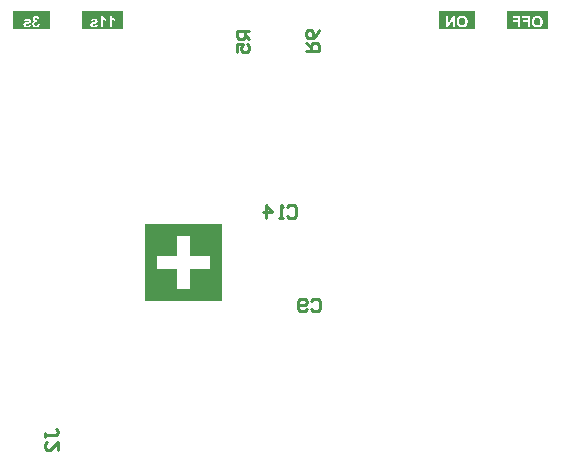
<source format=gbo>
G04*
G04 #@! TF.GenerationSoftware,Altium Limited,Altium Designer,22.2.1 (43)*
G04*
G04 Layer_Color=32896*
%FSLAX44Y44*%
%MOMM*%
G71*
G04*
G04 #@! TF.SameCoordinates,759879DA-5FB0-46B3-BA1E-0A648CFA67EC*
G04*
G04*
G04 #@! TF.FilePolarity,Positive*
G04*
G01*
G75*
%ADD10C,0.2540*%
G36*
X105418Y981000D02*
X74582D01*
Y996000D01*
X105418D01*
Y981000D01*
D02*
G37*
G36*
X465418D02*
X434582D01*
Y996000D01*
X465418D01*
Y981000D01*
D02*
G37*
G36*
X167418D02*
X132582D01*
Y996000D01*
X167418D01*
Y981000D01*
D02*
G37*
G36*
X527418D02*
X492582D01*
Y996000D01*
X527418D01*
Y981000D01*
D02*
G37*
G36*
X250875Y750440D02*
X186250D01*
Y815250D01*
X250875D01*
Y750440D01*
D02*
G37*
%LPC*%
G36*
X93793Y991833D02*
X93668D01*
X93571Y991819D01*
X93446Y991805D01*
X93322Y991791D01*
X93169Y991763D01*
X93016Y991722D01*
X92670Y991625D01*
X92489Y991555D01*
X92295Y991458D01*
X92115Y991361D01*
X91948Y991250D01*
X91768Y991112D01*
X91616Y990959D01*
X91602Y990945D01*
X91588Y990931D01*
X91546Y990890D01*
X91505Y990834D01*
X91394Y990695D01*
X91269Y990501D01*
X91144Y990266D01*
X91047Y989988D01*
X90964Y989683D01*
X90950Y989530D01*
X90936Y989364D01*
Y989350D01*
Y989309D01*
X90950Y989239D01*
X90964Y989156D01*
X90978Y989045D01*
X91005Y988920D01*
X91047Y988782D01*
X91103Y988629D01*
X91186Y988476D01*
X91269Y988310D01*
X91380Y988144D01*
X91519Y987977D01*
X91685Y987811D01*
X91865Y987644D01*
X92073Y987492D01*
X92323Y987339D01*
X92309D01*
X92281Y987326D01*
X92240D01*
X92184Y987298D01*
X92032Y987256D01*
X91851Y987173D01*
X91643Y987062D01*
X91421Y986923D01*
X91200Y986743D01*
X91005Y986535D01*
X90978Y986507D01*
X90922Y986424D01*
X90853Y986299D01*
X90756Y986119D01*
X90659Y985911D01*
X90589Y985647D01*
X90534Y985370D01*
X90506Y985051D01*
Y984926D01*
X90520Y984843D01*
X90534Y984732D01*
X90562Y984607D01*
X90589Y984455D01*
X90617Y984302D01*
X90728Y983969D01*
X90811Y983789D01*
X90894Y983595D01*
X91005Y983415D01*
X91130Y983234D01*
X91269Y983054D01*
X91435Y982888D01*
X91449Y982874D01*
X91477Y982846D01*
X91532Y982804D01*
X91602Y982749D01*
X91699Y982680D01*
X91796Y982610D01*
X91935Y982527D01*
X92073Y982444D01*
X92226Y982361D01*
X92406Y982277D01*
X92600Y982208D01*
X92795Y982139D01*
X93016Y982083D01*
X93238Y982042D01*
X93488Y982014D01*
X93737Y982000D01*
X93862D01*
X93959Y982014D01*
X94070Y982028D01*
X94195Y982042D01*
X94334Y982069D01*
X94500Y982097D01*
X94833Y982180D01*
X95194Y982319D01*
X95388Y982402D01*
X95554Y982499D01*
X95735Y982624D01*
X95901Y982749D01*
X95915Y982763D01*
X95943Y982791D01*
X95984Y982832D01*
X96040Y982888D01*
X96109Y982957D01*
X96178Y983054D01*
X96262Y983151D01*
X96345Y983276D01*
X96428Y983415D01*
X96525Y983553D01*
X96678Y983886D01*
X96802Y984274D01*
X96858Y984482D01*
X96886Y984704D01*
X95111Y984926D01*
Y984912D01*
Y984899D01*
X95097Y984815D01*
X95069Y984690D01*
X95027Y984538D01*
X94958Y984371D01*
X94889Y984191D01*
X94778Y984025D01*
X94653Y983872D01*
X94639Y983858D01*
X94584Y983817D01*
X94500Y983761D01*
X94403Y983706D01*
X94264Y983636D01*
X94112Y983581D01*
X93946Y983539D01*
X93751Y983525D01*
X93724D01*
X93654Y983539D01*
X93557Y983553D01*
X93419Y983581D01*
X93266Y983636D01*
X93113Y983706D01*
X92947Y983817D01*
X92795Y983955D01*
X92781Y983969D01*
X92725Y984039D01*
X92670Y984136D01*
X92586Y984260D01*
X92517Y984427D01*
X92448Y984635D01*
X92406Y984871D01*
X92392Y985134D01*
Y985148D01*
Y985162D01*
Y985245D01*
X92406Y985370D01*
X92434Y985536D01*
X92489Y985717D01*
X92559Y985897D01*
X92656Y986077D01*
X92781Y986244D01*
X92795Y986258D01*
X92850Y986313D01*
X92933Y986382D01*
X93030Y986452D01*
X93169Y986535D01*
X93322Y986590D01*
X93488Y986646D01*
X93682Y986660D01*
X93821D01*
X93918Y986646D01*
X94043Y986632D01*
X94195Y986604D01*
X94348Y986563D01*
X94528Y986521D01*
X94334Y988005D01*
X94209D01*
X94070Y988019D01*
X93904Y988033D01*
X93724Y988074D01*
X93530Y988130D01*
X93349Y988213D01*
X93183Y988324D01*
X93169Y988338D01*
X93113Y988393D01*
X93058Y988463D01*
X92975Y988574D01*
X92905Y988698D01*
X92836Y988851D01*
X92795Y989031D01*
X92781Y989239D01*
Y989267D01*
Y989323D01*
X92795Y989406D01*
X92822Y989517D01*
X92850Y989641D01*
X92905Y989766D01*
X92975Y989905D01*
X93072Y990016D01*
X93086Y990030D01*
X93127Y990058D01*
X93183Y990113D01*
X93280Y990169D01*
X93391Y990210D01*
X93516Y990266D01*
X93682Y990293D01*
X93848Y990307D01*
X93932D01*
X94015Y990293D01*
X94126Y990266D01*
X94251Y990224D01*
X94389Y990169D01*
X94528Y990085D01*
X94653Y989974D01*
X94667Y989960D01*
X94708Y989919D01*
X94764Y989836D01*
X94833Y989725D01*
X94902Y989600D01*
X94958Y989434D01*
X95013Y989239D01*
X95055Y989017D01*
X96747Y989295D01*
Y989309D01*
X96733Y989336D01*
Y989378D01*
X96719Y989447D01*
X96678Y989600D01*
X96622Y989808D01*
X96539Y990030D01*
X96456Y990266D01*
X96345Y990488D01*
X96220Y990695D01*
X96206Y990723D01*
X96151Y990779D01*
X96067Y990876D01*
X95956Y991001D01*
X95818Y991125D01*
X95651Y991264D01*
X95443Y991403D01*
X95222Y991528D01*
X95208D01*
X95194Y991542D01*
X95111Y991569D01*
X94972Y991625D01*
X94805Y991680D01*
X94597Y991736D01*
X94348Y991791D01*
X94084Y991819D01*
X93793Y991833D01*
D02*
G37*
G36*
X86706Y989295D02*
X86193D01*
X86082Y989281D01*
X85943Y989267D01*
X85791Y989253D01*
X85625Y989239D01*
X85278Y989184D01*
X84931Y989101D01*
X84598Y988976D01*
X84446Y988906D01*
X84307Y988823D01*
X84293D01*
X84279Y988795D01*
X84196Y988740D01*
X84071Y988629D01*
X83933Y988476D01*
X83766Y988296D01*
X83614Y988061D01*
X83461Y987783D01*
X83350Y987464D01*
X85084Y987145D01*
Y987159D01*
X85111Y987215D01*
X85139Y987284D01*
X85181Y987367D01*
X85236Y987478D01*
X85319Y987575D01*
X85403Y987672D01*
X85514Y987755D01*
X85527Y987769D01*
X85569Y987797D01*
X85638Y987825D01*
X85736Y987866D01*
X85860Y987908D01*
X86013Y987950D01*
X86193Y987963D01*
X86401Y987977D01*
X86526D01*
X86651Y987963D01*
X86803Y987950D01*
X86984Y987922D01*
X87150Y987894D01*
X87303Y987839D01*
X87441Y987769D01*
X87455D01*
X87469Y987741D01*
X87538Y987672D01*
X87622Y987547D01*
X87635Y987478D01*
X87649Y987395D01*
Y987381D01*
Y987367D01*
X87622Y987284D01*
X87566Y987173D01*
X87524Y987117D01*
X87469Y987062D01*
X87455Y987048D01*
X87400Y987034D01*
X87372Y987007D01*
X87317Y986993D01*
X87247Y986965D01*
X87164Y986923D01*
X87053Y986896D01*
X86942Y986854D01*
X86803Y986812D01*
X86637Y986771D01*
X86457Y986715D01*
X86249Y986660D01*
X86013Y986604D01*
X85749Y986535D01*
X85736D01*
X85680Y986521D01*
X85611Y986507D01*
X85514Y986479D01*
X85389Y986438D01*
X85250Y986410D01*
X84945Y986313D01*
X84598Y986188D01*
X84265Y986050D01*
X84099Y985966D01*
X83946Y985897D01*
X83822Y985800D01*
X83697Y985717D01*
X83669Y985689D01*
X83600Y985633D01*
X83517Y985523D01*
X83406Y985370D01*
X83295Y985176D01*
X83211Y984940D01*
X83142Y984663D01*
X83114Y984358D01*
Y984260D01*
X83128Y984191D01*
X83142Y984122D01*
X83156Y984025D01*
X83211Y983789D01*
X83308Y983539D01*
X83378Y983401D01*
X83447Y983262D01*
X83544Y983123D01*
X83655Y982985D01*
X83780Y982846D01*
X83919Y982707D01*
X83933Y982693D01*
X83960Y982680D01*
X84002Y982652D01*
X84071Y982596D01*
X84155Y982555D01*
X84251Y982499D01*
X84376Y982430D01*
X84515Y982374D01*
X84668Y982305D01*
X84848Y982250D01*
X85042Y982180D01*
X85250Y982139D01*
X85486Y982097D01*
X85736Y982056D01*
X85999Y982042D01*
X86276Y982028D01*
X86415D01*
X86512Y982042D01*
X86637D01*
X86776Y982056D01*
X86928Y982069D01*
X87095Y982097D01*
X87455Y982166D01*
X87830Y982263D01*
X88204Y982402D01*
X88371Y982499D01*
X88537Y982596D01*
X88551Y982610D01*
X88579Y982624D01*
X88620Y982652D01*
X88662Y982707D01*
X88814Y982832D01*
X88981Y983012D01*
X89161Y983234D01*
X89327Y983498D01*
X89480Y983817D01*
X89605Y984164D01*
X87760Y984441D01*
Y984413D01*
X87732Y984358D01*
X87705Y984260D01*
X87663Y984136D01*
X87594Y983997D01*
X87511Y983872D01*
X87414Y983734D01*
X87289Y983623D01*
X87275Y983609D01*
X87219Y983581D01*
X87136Y983539D01*
X87025Y983498D01*
X86887Y983442D01*
X86706Y983401D01*
X86512Y983373D01*
X86276Y983359D01*
X86165D01*
X86027Y983373D01*
X85874Y983387D01*
X85708Y983415D01*
X85527Y983470D01*
X85361Y983525D01*
X85209Y983609D01*
X85195Y983623D01*
X85167Y983650D01*
X85125Y983692D01*
X85084Y983747D01*
X85042Y983817D01*
X85000Y983900D01*
X84973Y983997D01*
X84959Y984108D01*
Y984122D01*
Y984150D01*
X84973Y984233D01*
X85014Y984344D01*
X85098Y984455D01*
X85125Y984482D01*
X85167Y984496D01*
X85222Y984538D01*
X85306Y984566D01*
X85416Y984607D01*
X85541Y984649D01*
X85708Y984690D01*
X85736D01*
X85805Y984718D01*
X85916Y984746D01*
X86068Y984774D01*
X86249Y984815D01*
X86443Y984871D01*
X86665Y984926D01*
X86900Y984996D01*
X87386Y985134D01*
X87622Y985204D01*
X87844Y985287D01*
X88052Y985356D01*
X88246Y985439D01*
X88412Y985523D01*
X88537Y985592D01*
X88551Y985606D01*
X88579Y985620D01*
X88606Y985647D01*
X88662Y985703D01*
X88800Y985828D01*
X88939Y986008D01*
X89092Y986230D01*
X89230Y986493D01*
X89286Y986646D01*
X89313Y986812D01*
X89341Y986979D01*
X89355Y987159D01*
Y987173D01*
Y987201D01*
Y987242D01*
X89341Y987312D01*
X89327Y987381D01*
X89313Y987478D01*
X89272Y987686D01*
X89189Y987922D01*
X89050Y988171D01*
X88981Y988310D01*
X88884Y988435D01*
X88773Y988560D01*
X88648Y988671D01*
X88634Y988685D01*
X88620Y988698D01*
X88579Y988726D01*
X88509Y988768D01*
X88440Y988809D01*
X88343Y988865D01*
X88232Y988920D01*
X88107Y988990D01*
X87954Y989045D01*
X87788Y989101D01*
X87608Y989156D01*
X87414Y989198D01*
X87192Y989239D01*
X86956Y989267D01*
X86706Y989295D01*
D02*
G37*
G36*
X448398Y991777D02*
X446526D01*
X442560Y985314D01*
Y991777D01*
X440771D01*
Y982180D01*
X442712D01*
X446609Y988504D01*
Y982180D01*
X448398D01*
Y991777D01*
D02*
G37*
G36*
X454597Y991957D02*
X454500D01*
X454389Y991944D01*
X454251D01*
X454070Y991916D01*
X453862Y991888D01*
X453627Y991847D01*
X453377Y991791D01*
X453113Y991722D01*
X452836Y991638D01*
X452559Y991528D01*
X452267Y991403D01*
X451990Y991250D01*
X451713Y991070D01*
X451449Y990862D01*
X451200Y990626D01*
X451186Y990612D01*
X451144Y990571D01*
X451075Y990488D01*
X451005Y990390D01*
X450908Y990252D01*
X450797Y990085D01*
X450686Y989891D01*
X450562Y989669D01*
X450437Y989434D01*
X450326Y989156D01*
X450215Y988851D01*
X450118Y988532D01*
X450035Y988171D01*
X449979Y987797D01*
X449938Y987395D01*
X449924Y986965D01*
Y986868D01*
X449938Y986743D01*
Y986577D01*
X449965Y986382D01*
X449993Y986161D01*
X450035Y985897D01*
X450076Y985633D01*
X450146Y985342D01*
X450229Y985037D01*
X450340Y984732D01*
X450465Y984427D01*
X450603Y984136D01*
X450784Y983845D01*
X450978Y983567D01*
X451200Y983304D01*
X451213Y983290D01*
X451255Y983248D01*
X451324Y983179D01*
X451435Y983096D01*
X451560Y982999D01*
X451713Y982888D01*
X451893Y982777D01*
X452087Y982652D01*
X452323Y982527D01*
X452573Y982416D01*
X452850Y982305D01*
X453155Y982208D01*
X453474Y982125D01*
X453821Y982056D01*
X454181Y982014D01*
X454570Y982000D01*
X454667D01*
X454778Y982014D01*
X454916Y982028D01*
X455097Y982042D01*
X455305Y982069D01*
X455540Y982111D01*
X455790Y982166D01*
X456067Y982236D01*
X456331Y982319D01*
X456622Y982430D01*
X456899Y982555D01*
X457191Y982693D01*
X457454Y982874D01*
X457718Y983068D01*
X457967Y983304D01*
X457981Y983317D01*
X458023Y983359D01*
X458078Y983442D01*
X458162Y983539D01*
X458259Y983678D01*
X458370Y983845D01*
X458480Y984025D01*
X458591Y984247D01*
X458716Y984482D01*
X458827Y984760D01*
X458938Y985051D01*
X459035Y985370D01*
X459118Y985717D01*
X459174Y986091D01*
X459216Y986493D01*
X459229Y986909D01*
Y987048D01*
X459216Y987159D01*
Y987284D01*
X459202Y987422D01*
X459188Y987589D01*
X459174Y987769D01*
X459118Y988158D01*
X459049Y988574D01*
X458938Y988990D01*
X458800Y989378D01*
Y989392D01*
X458786Y989406D01*
X458758Y989447D01*
X458744Y989503D01*
X458661Y989641D01*
X458564Y989822D01*
X458439Y990030D01*
X458286Y990238D01*
X458106Y990474D01*
X457912Y990695D01*
X457898Y990709D01*
X457884Y990723D01*
X457815Y990793D01*
X457690Y990903D01*
X457537Y991028D01*
X457357Y991167D01*
X457149Y991320D01*
X456913Y991458D01*
X456664Y991569D01*
X456650D01*
X456622Y991583D01*
X456567Y991611D01*
X456497Y991625D01*
X456414Y991666D01*
X456317Y991694D01*
X456192Y991722D01*
X456067Y991763D01*
X455762Y991833D01*
X455416Y991902D01*
X455013Y991944D01*
X454597Y991957D01*
D02*
G37*
%LPD*%
G36*
X454764Y990293D02*
X454875Y990279D01*
X454986Y990266D01*
X455263Y990210D01*
X455568Y990099D01*
X455735Y990044D01*
X455901Y989960D01*
X456054Y989863D01*
X456220Y989752D01*
X456372Y989628D01*
X456511Y989475D01*
X456525Y989461D01*
X456539Y989434D01*
X456581Y989392D01*
X456622Y989323D01*
X456678Y989225D01*
X456733Y989128D01*
X456802Y989004D01*
X456872Y988851D01*
X456941Y988685D01*
X457010Y988504D01*
X457066Y988296D01*
X457121Y988074D01*
X457163Y987825D01*
X457205Y987561D01*
X457219Y987284D01*
X457232Y986979D01*
Y986965D01*
Y986909D01*
Y986826D01*
X457219Y986715D01*
X457205Y986577D01*
X457191Y986410D01*
X457163Y986244D01*
X457135Y986050D01*
X457052Y985647D01*
X456913Y985245D01*
X456830Y985037D01*
X456733Y984843D01*
X456608Y984663D01*
X456483Y984496D01*
X456470Y984482D01*
X456442Y984455D01*
X456400Y984413D01*
X456345Y984371D01*
X456275Y984302D01*
X456178Y984233D01*
X456081Y984150D01*
X455956Y984080D01*
X455693Y983914D01*
X455360Y983789D01*
X455180Y983734D01*
X454986Y983692D01*
X454778Y983664D01*
X454570Y983650D01*
X454459D01*
X454375Y983664D01*
X454278Y983678D01*
X454167Y983692D01*
X453904Y983761D01*
X453599Y983858D01*
X453446Y983928D01*
X453280Y983997D01*
X453127Y984094D01*
X452961Y984205D01*
X452808Y984330D01*
X452670Y984482D01*
X452656Y984496D01*
X452642Y984524D01*
X452600Y984566D01*
X452559Y984635D01*
X452489Y984732D01*
X452434Y984843D01*
X452365Y984968D01*
X452295Y985120D01*
X452226Y985287D01*
X452156Y985467D01*
X452087Y985675D01*
X452032Y985911D01*
X451990Y986147D01*
X451949Y986410D01*
X451935Y986701D01*
X451921Y987007D01*
Y987020D01*
Y987076D01*
Y987159D01*
X451935Y987284D01*
X451949Y987422D01*
X451962Y987575D01*
X451976Y987755D01*
X452018Y987936D01*
X452101Y988338D01*
X452226Y988754D01*
X452309Y988962D01*
X452406Y989142D01*
X452531Y989323D01*
X452656Y989489D01*
X452670Y989503D01*
X452683Y989530D01*
X452725Y989558D01*
X452781Y989614D01*
X452864Y989683D01*
X452947Y989752D01*
X453044Y989822D01*
X453169Y989905D01*
X453294Y989974D01*
X453446Y990044D01*
X453765Y990182D01*
X453946Y990238D01*
X454140Y990266D01*
X454348Y990293D01*
X454570Y990307D01*
X454681D01*
X454764Y990293D01*
D02*
G37*
%LPC*%
G36*
X157621Y991805D02*
X156123D01*
Y982152D01*
X157967D01*
Y989101D01*
X157981Y989087D01*
X158009Y989059D01*
X158064Y989017D01*
X158148Y988948D01*
X158245Y988865D01*
X158356Y988782D01*
X158494Y988685D01*
X158647Y988574D01*
X158813Y988463D01*
X158994Y988352D01*
X159188Y988227D01*
X159396Y988116D01*
X159840Y987908D01*
X160339Y987714D01*
Y989378D01*
X160325D01*
X160311Y989392D01*
X160270Y989406D01*
X160214Y989420D01*
X160075Y989489D01*
X159881Y989572D01*
X159646Y989683D01*
X159382Y989836D01*
X159091Y990030D01*
X158786Y990252D01*
X158772Y990266D01*
X158744Y990279D01*
X158702Y990321D01*
X158647Y990377D01*
X158494Y990515D01*
X158328Y990695D01*
X158134Y990917D01*
X157940Y991195D01*
X157759Y991486D01*
X157621Y991805D01*
D02*
G37*
G36*
X150160D02*
X148662D01*
Y982152D01*
X150506D01*
Y989101D01*
X150520Y989087D01*
X150548Y989059D01*
X150603Y989017D01*
X150687Y988948D01*
X150784Y988865D01*
X150894Y988782D01*
X151033Y988685D01*
X151186Y988574D01*
X151352Y988463D01*
X151532Y988352D01*
X151727Y988227D01*
X151935Y988116D01*
X152378Y987908D01*
X152878Y987714D01*
Y989378D01*
X152864D01*
X152850Y989392D01*
X152808Y989406D01*
X152753Y989420D01*
X152614Y989489D01*
X152420Y989572D01*
X152184Y989683D01*
X151921Y989836D01*
X151629Y990030D01*
X151324Y990252D01*
X151311Y990266D01*
X151283Y990279D01*
X151241Y990321D01*
X151186Y990377D01*
X151033Y990515D01*
X150867Y990695D01*
X150673Y990917D01*
X150478Y991195D01*
X150298Y991486D01*
X150160Y991805D01*
D02*
G37*
G36*
X143253Y989267D02*
X142740D01*
X142629Y989253D01*
X142490Y989239D01*
X142338Y989225D01*
X142171Y989212D01*
X141825Y989156D01*
X141478Y989073D01*
X141145Y988948D01*
X140992Y988879D01*
X140854Y988795D01*
X140840D01*
X140826Y988768D01*
X140743Y988712D01*
X140618Y988601D01*
X140479Y988449D01*
X140313Y988269D01*
X140160Y988033D01*
X140008Y987755D01*
X139897Y987436D01*
X141630Y987117D01*
Y987131D01*
X141658Y987187D01*
X141686Y987256D01*
X141728Y987339D01*
X141783Y987450D01*
X141866Y987547D01*
X141949Y987644D01*
X142060Y987728D01*
X142074Y987741D01*
X142116Y987769D01*
X142185Y987797D01*
X142282Y987839D01*
X142407Y987880D01*
X142560Y987922D01*
X142740Y987936D01*
X142948Y987950D01*
X143073D01*
X143198Y987936D01*
X143350Y987922D01*
X143530Y987894D01*
X143697Y987866D01*
X143849Y987811D01*
X143988Y987741D01*
X144002D01*
X144016Y987714D01*
X144085Y987644D01*
X144168Y987520D01*
X144182Y987450D01*
X144196Y987367D01*
Y987353D01*
Y987339D01*
X144168Y987256D01*
X144113Y987145D01*
X144071Y987090D01*
X144016Y987034D01*
X144002Y987020D01*
X143946Y987007D01*
X143919Y986979D01*
X143863Y986965D01*
X143794Y986937D01*
X143711Y986896D01*
X143600Y986868D01*
X143489Y986826D01*
X143350Y986785D01*
X143184Y986743D01*
X143003Y986687D01*
X142795Y986632D01*
X142560Y986577D01*
X142296Y986507D01*
X142282D01*
X142227Y986493D01*
X142157Y986479D01*
X142060Y986452D01*
X141936Y986410D01*
X141797Y986382D01*
X141492Y986285D01*
X141145Y986161D01*
X140812Y986022D01*
X140646Y985939D01*
X140493Y985869D01*
X140368Y985772D01*
X140244Y985689D01*
X140216Y985661D01*
X140147Y985606D01*
X140063Y985495D01*
X139952Y985342D01*
X139841Y985148D01*
X139758Y984912D01*
X139689Y984635D01*
X139661Y984330D01*
Y984233D01*
X139675Y984164D01*
X139689Y984094D01*
X139703Y983997D01*
X139758Y983761D01*
X139855Y983512D01*
X139925Y983373D01*
X139994Y983234D01*
X140091Y983096D01*
X140202Y982957D01*
X140327Y982818D01*
X140465Y982680D01*
X140479Y982666D01*
X140507Y982652D01*
X140549Y982624D01*
X140618Y982569D01*
X140701Y982527D01*
X140798Y982471D01*
X140923Y982402D01*
X141062Y982347D01*
X141214Y982277D01*
X141395Y982222D01*
X141589Y982152D01*
X141797Y982111D01*
X142033Y982069D01*
X142282Y982028D01*
X142546Y982014D01*
X142823Y982000D01*
X142962D01*
X143059Y982014D01*
X143184D01*
X143322Y982028D01*
X143475Y982042D01*
X143641Y982069D01*
X144002Y982139D01*
X144376Y982236D01*
X144751Y982374D01*
X144917Y982471D01*
X145084Y982569D01*
X145098Y982582D01*
X145125Y982596D01*
X145167Y982624D01*
X145209Y982680D01*
X145361Y982804D01*
X145527Y982985D01*
X145708Y983206D01*
X145874Y983470D01*
X146027Y983789D01*
X146152Y984136D01*
X144307Y984413D01*
Y984385D01*
X144279Y984330D01*
X144252Y984233D01*
X144210Y984108D01*
X144141Y983969D01*
X144057Y983845D01*
X143960Y983706D01*
X143835Y983595D01*
X143822Y983581D01*
X143766Y983553D01*
X143683Y983512D01*
X143572Y983470D01*
X143433Y983415D01*
X143253Y983373D01*
X143059Y983345D01*
X142823Y983331D01*
X142712D01*
X142573Y983345D01*
X142421Y983359D01*
X142254Y983387D01*
X142074Y983442D01*
X141908Y983498D01*
X141755Y983581D01*
X141741Y983595D01*
X141714Y983623D01*
X141672Y983664D01*
X141630Y983720D01*
X141589Y983789D01*
X141547Y983872D01*
X141519Y983969D01*
X141506Y984080D01*
Y984094D01*
Y984122D01*
X141519Y984205D01*
X141561Y984316D01*
X141644Y984427D01*
X141672Y984455D01*
X141714Y984469D01*
X141769Y984510D01*
X141852Y984538D01*
X141963Y984579D01*
X142088Y984621D01*
X142254Y984663D01*
X142282D01*
X142352Y984690D01*
X142463Y984718D01*
X142615Y984746D01*
X142795Y984788D01*
X142990Y984843D01*
X143211Y984899D01*
X143447Y984968D01*
X143933Y985107D01*
X144168Y985176D01*
X144390Y985259D01*
X144598Y985328D01*
X144792Y985412D01*
X144959Y985495D01*
X145084Y985564D01*
X145098Y985578D01*
X145125Y985592D01*
X145153Y985620D01*
X145209Y985675D01*
X145347Y985800D01*
X145486Y985980D01*
X145638Y986202D01*
X145777Y986466D01*
X145833Y986618D01*
X145860Y986785D01*
X145888Y986951D01*
X145902Y987131D01*
Y987145D01*
Y987173D01*
Y987215D01*
X145888Y987284D01*
X145874Y987353D01*
X145860Y987450D01*
X145819Y987658D01*
X145736Y987894D01*
X145597Y988144D01*
X145527Y988282D01*
X145430Y988407D01*
X145319Y988532D01*
X145195Y988643D01*
X145181Y988657D01*
X145167Y988671D01*
X145125Y988698D01*
X145056Y988740D01*
X144987Y988782D01*
X144889Y988837D01*
X144779Y988893D01*
X144654Y988962D01*
X144501Y989017D01*
X144335Y989073D01*
X144155Y989128D01*
X143960Y989170D01*
X143738Y989212D01*
X143503Y989239D01*
X143253Y989267D01*
D02*
G37*
G36*
X511976Y991777D02*
X505389D01*
Y990155D01*
X510035D01*
Y987880D01*
X506027D01*
Y986258D01*
X510035D01*
Y982180D01*
X511976D01*
Y991777D01*
D02*
G37*
G36*
X503780D02*
X497192D01*
Y990155D01*
X501838D01*
Y987880D01*
X497831D01*
Y986258D01*
X501838D01*
Y982180D01*
X503780D01*
Y991777D01*
D02*
G37*
G36*
X518175Y991957D02*
X518078D01*
X517967Y991944D01*
X517829D01*
X517648Y991916D01*
X517440Y991888D01*
X517205Y991847D01*
X516955Y991791D01*
X516692Y991722D01*
X516414Y991638D01*
X516137Y991528D01*
X515845Y991403D01*
X515568Y991250D01*
X515291Y991070D01*
X515027Y990862D01*
X514778Y990626D01*
X514764Y990612D01*
X514722Y990571D01*
X514653Y990488D01*
X514584Y990390D01*
X514486Y990252D01*
X514375Y990085D01*
X514264Y989891D01*
X514140Y989669D01*
X514015Y989434D01*
X513904Y989156D01*
X513793Y988851D01*
X513696Y988532D01*
X513613Y988171D01*
X513557Y987797D01*
X513516Y987395D01*
X513502Y986965D01*
Y986868D01*
X513516Y986743D01*
Y986577D01*
X513543Y986382D01*
X513571Y986161D01*
X513613Y985897D01*
X513654Y985633D01*
X513724Y985342D01*
X513807Y985037D01*
X513918Y984732D01*
X514043Y984427D01*
X514181Y984136D01*
X514362Y983845D01*
X514556Y983567D01*
X514778Y983304D01*
X514791Y983290D01*
X514833Y983248D01*
X514902Y983179D01*
X515013Y983096D01*
X515138Y982999D01*
X515291Y982888D01*
X515471Y982777D01*
X515665Y982652D01*
X515901Y982527D01*
X516151Y982416D01*
X516428Y982305D01*
X516733Y982208D01*
X517052Y982125D01*
X517399Y982056D01*
X517759Y982014D01*
X518148Y982000D01*
X518245D01*
X518356Y982014D01*
X518494Y982028D01*
X518675Y982042D01*
X518883Y982069D01*
X519118Y982111D01*
X519368Y982166D01*
X519646Y982236D01*
X519909Y982319D01*
X520200Y982430D01*
X520478Y982555D01*
X520769Y982693D01*
X521032Y982874D01*
X521296Y983068D01*
X521545Y983304D01*
X521559Y983317D01*
X521601Y983359D01*
X521656Y983442D01*
X521740Y983539D01*
X521837Y983678D01*
X521948Y983845D01*
X522059Y984025D01*
X522169Y984247D01*
X522294Y984482D01*
X522405Y984760D01*
X522516Y985051D01*
X522613Y985370D01*
X522696Y985717D01*
X522752Y986091D01*
X522794Y986493D01*
X522808Y986909D01*
Y987048D01*
X522794Y987159D01*
Y987284D01*
X522780Y987422D01*
X522766Y987589D01*
X522752Y987769D01*
X522696Y988158D01*
X522627Y988574D01*
X522516Y988990D01*
X522378Y989378D01*
Y989392D01*
X522364Y989406D01*
X522336Y989447D01*
X522322Y989503D01*
X522239Y989641D01*
X522142Y989822D01*
X522017Y990030D01*
X521864Y990238D01*
X521684Y990474D01*
X521490Y990695D01*
X521476Y990709D01*
X521462Y990723D01*
X521393Y990793D01*
X521268Y990903D01*
X521115Y991028D01*
X520935Y991167D01*
X520727Y991320D01*
X520491Y991458D01*
X520242Y991569D01*
X520228D01*
X520200Y991583D01*
X520145Y991611D01*
X520075Y991625D01*
X519992Y991666D01*
X519895Y991694D01*
X519770Y991722D01*
X519646Y991763D01*
X519340Y991833D01*
X518994Y991902D01*
X518591Y991944D01*
X518175Y991957D01*
D02*
G37*
%LPD*%
G36*
X518342Y990293D02*
X518453Y990279D01*
X518564Y990266D01*
X518841Y990210D01*
X519146Y990099D01*
X519313Y990044D01*
X519479Y989960D01*
X519632Y989863D01*
X519798Y989752D01*
X519951Y989628D01*
X520089Y989475D01*
X520103Y989461D01*
X520117Y989434D01*
X520159Y989392D01*
X520200Y989323D01*
X520256Y989225D01*
X520311Y989128D01*
X520381Y989004D01*
X520450Y988851D01*
X520519Y988685D01*
X520588Y988504D01*
X520644Y988296D01*
X520700Y988074D01*
X520741Y987825D01*
X520783Y987561D01*
X520797Y987284D01*
X520810Y986979D01*
Y986965D01*
Y986909D01*
Y986826D01*
X520797Y986715D01*
X520783Y986577D01*
X520769Y986410D01*
X520741Y986244D01*
X520713Y986050D01*
X520630Y985647D01*
X520491Y985245D01*
X520408Y985037D01*
X520311Y984843D01*
X520186Y984663D01*
X520061Y984496D01*
X520048Y984482D01*
X520020Y984455D01*
X519978Y984413D01*
X519923Y984371D01*
X519854Y984302D01*
X519756Y984233D01*
X519659Y984150D01*
X519534Y984080D01*
X519271Y983914D01*
X518938Y983789D01*
X518758Y983734D01*
X518564Y983692D01*
X518356Y983664D01*
X518148Y983650D01*
X518037D01*
X517953Y983664D01*
X517856Y983678D01*
X517746Y983692D01*
X517482Y983761D01*
X517177Y983858D01*
X517024Y983928D01*
X516858Y983997D01*
X516705Y984094D01*
X516539Y984205D01*
X516386Y984330D01*
X516248Y984482D01*
X516234Y984496D01*
X516220Y984524D01*
X516178Y984566D01*
X516137Y984635D01*
X516067Y984732D01*
X516012Y984843D01*
X515943Y984968D01*
X515873Y985120D01*
X515804Y985287D01*
X515735Y985467D01*
X515665Y985675D01*
X515610Y985911D01*
X515568Y986147D01*
X515527Y986410D01*
X515513Y986701D01*
X515499Y987007D01*
Y987020D01*
Y987076D01*
Y987159D01*
X515513Y987284D01*
X515527Y987422D01*
X515540Y987575D01*
X515554Y987755D01*
X515596Y987936D01*
X515679Y988338D01*
X515804Y988754D01*
X515887Y988962D01*
X515984Y989142D01*
X516109Y989323D01*
X516234Y989489D01*
X516248Y989503D01*
X516262Y989530D01*
X516303Y989558D01*
X516359Y989614D01*
X516442Y989683D01*
X516525Y989752D01*
X516622Y989822D01*
X516747Y989905D01*
X516872Y989974D01*
X517024Y990044D01*
X517343Y990182D01*
X517524Y990238D01*
X517718Y990266D01*
X517926Y990293D01*
X518148Y990307D01*
X518259D01*
X518342Y990293D01*
D02*
G37*
%LPC*%
G36*
X224303Y805250D02*
X196250D01*
Y760440D01*
D01*
Y777290D01*
X212822D01*
Y760440D01*
X240875D01*
X224303D01*
Y777290D01*
X240875D01*
Y788492D01*
X224303D01*
Y805250D01*
D02*
G37*
%LPD*%
G36*
X212822Y788492D02*
X196250D01*
Y805250D01*
X212822D01*
Y788492D01*
D02*
G37*
D10*
X306415Y829666D02*
X308247Y831498D01*
X311913D01*
X313746Y829666D01*
Y822335D01*
X311913Y820502D01*
X308247D01*
X306415Y822335D01*
X302749Y820502D02*
X299084D01*
X300916D01*
Y831498D01*
X302749Y829666D01*
X288087Y820502D02*
Y831498D01*
X293585Y826000D01*
X286254D01*
X322502Y961836D02*
X333498D01*
Y967335D01*
X331665Y969167D01*
X328000D01*
X326167Y967335D01*
Y961836D01*
Y965502D02*
X322502Y969167D01*
X333498Y980164D02*
X331665Y976498D01*
X328000Y972833D01*
X324334D01*
X322502Y974665D01*
Y978331D01*
X324334Y980164D01*
X326167D01*
X328000Y978331D01*
Y972833D01*
X274498Y979164D02*
X263502D01*
Y973665D01*
X265334Y971833D01*
X269000D01*
X270833Y973665D01*
Y979164D01*
Y975498D02*
X274498Y971833D01*
X263502Y960836D02*
Y968167D01*
X269000D01*
X267167Y964502D01*
Y962669D01*
X269000Y960836D01*
X272666D01*
X274498Y962669D01*
Y966335D01*
X272666Y968167D01*
X101502Y634833D02*
Y638498D01*
Y636665D01*
X110666D01*
X112498Y638498D01*
Y640331D01*
X110666Y642164D01*
X112498Y623836D02*
Y631167D01*
X105167Y623836D01*
X103335D01*
X101502Y625669D01*
Y629334D01*
X103335Y631167D01*
X326833Y750666D02*
X328666Y752498D01*
X332331D01*
X334164Y750666D01*
Y743335D01*
X332331Y741502D01*
X328666D01*
X326833Y743335D01*
X323167D02*
X321334Y741502D01*
X317669D01*
X315836Y743335D01*
Y750666D01*
X317669Y752498D01*
X321334D01*
X323167Y750666D01*
Y748833D01*
X321334Y747000D01*
X315836D01*
M02*

</source>
